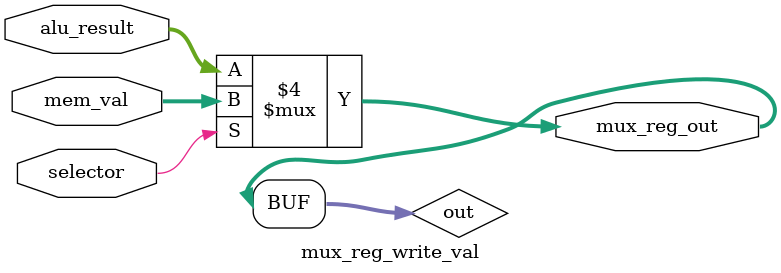
<source format=v>
module mux_reg_write_val (
	input selector,				// mem read from control
	input [7:0] mem_val,		// value extracted from memory ram
	input [7:0] alu_result,		// result from alu operation
	output [7:0] mux_reg_out
);

reg [7:0] out;

always @ (selector or mem_val or alu_result) begin
	// mem read low, send alu result as write value
	if (selector == 1'b0) begin
		out = alu_result;
	end
	// mem read high, send value from memory
	else begin
		out = mem_val; 
	end
end

assign mux_reg_out = out;

endmodule
</source>
